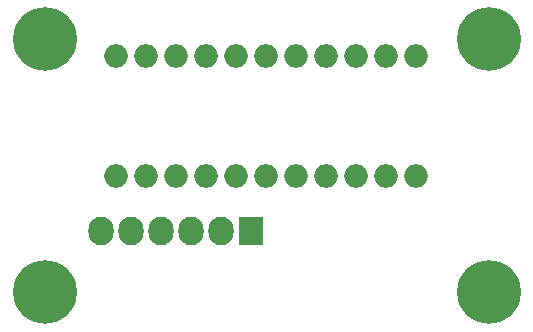
<source format=gbs>
G04 #@! TF.FileFunction,Soldermask,Bot*
%FSLAX46Y46*%
G04 Gerber Fmt 4.6, Leading zero omitted, Abs format (unit mm)*
G04 Created by KiCad (PCBNEW 4.0.5+dfsg1-4) date Sat Mar 17 17:37:26 2018*
%MOMM*%
%LPD*%
G01*
G04 APERTURE LIST*
%ADD10C,0.100000*%
%ADD11R,2.127200X2.432000*%
%ADD12O,2.127200X2.432000*%
%ADD13O,2.000000X2.000000*%
%ADD14C,5.400000*%
G04 APERTURE END LIST*
D10*
D11*
X128264880Y-93297760D03*
D12*
X125724880Y-93297760D03*
X123184880Y-93297760D03*
X120644880Y-93297760D03*
X118104880Y-93297760D03*
X115564880Y-93297760D03*
D13*
X142240000Y-88646000D03*
X139700000Y-88646000D03*
X137160000Y-88646000D03*
X134620000Y-88646000D03*
X132080000Y-88646000D03*
X129540000Y-88646000D03*
X127000000Y-88646000D03*
X124460000Y-88646000D03*
X121920000Y-88646000D03*
X119380000Y-88646000D03*
X116840000Y-88646000D03*
X116840000Y-78486000D03*
X119380000Y-78486000D03*
X121920000Y-78486000D03*
X124460000Y-78486000D03*
X127000000Y-78486000D03*
X129540000Y-78486000D03*
X132080000Y-78486000D03*
X134620000Y-78486000D03*
X137160000Y-78486000D03*
X139700000Y-78486000D03*
X142240000Y-78486000D03*
D14*
X110764880Y-77097760D03*
X148364880Y-77097760D03*
X110764880Y-98497760D03*
X148364880Y-98497760D03*
M02*

</source>
